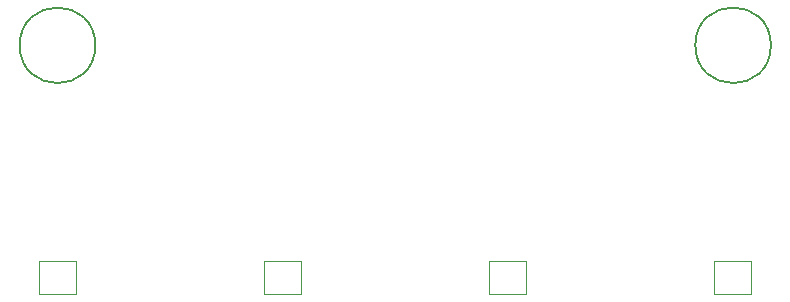
<source format=gbr>
%TF.GenerationSoftware,KiCad,Pcbnew,8.0.3*%
%TF.CreationDate,2024-10-21T20:57:23+02:00*%
%TF.ProjectId,trains_macropad,74726169-6e73-45f6-9d61-63726f706164,rev?*%
%TF.SameCoordinates,Original*%
%TF.FileFunction,Other,Comment*%
%FSLAX46Y46*%
G04 Gerber Fmt 4.6, Leading zero omitted, Abs format (unit mm)*
G04 Created by KiCad (PCBNEW 8.0.3) date 2024-10-21 20:57:23*
%MOMM*%
%LPD*%
G01*
G04 APERTURE LIST*
%ADD10C,0.150000*%
%ADD11C,0.120000*%
G04 APERTURE END LIST*
D10*
%TO.C,REF\u002A\u002A*%
X162800000Y-104400000D02*
G75*
G02*
X156400000Y-104400000I-3200000J0D01*
G01*
X156400000Y-104400000D02*
G75*
G02*
X162800000Y-104400000I3200000J0D01*
G01*
X105600000Y-104400000D02*
G75*
G02*
X99200000Y-104400000I-3200000J0D01*
G01*
X99200000Y-104400000D02*
G75*
G02*
X105600000Y-104400000I3200000J0D01*
G01*
D11*
%TO.C,D1*%
X100793750Y-122662500D02*
X103993750Y-122662500D01*
X100793750Y-125462500D02*
X100793750Y-122662500D01*
X103993750Y-122662500D02*
X103993750Y-125462500D01*
X103993750Y-125462500D02*
X100793750Y-125462500D01*
%TO.C,D8*%
X119843750Y-122662500D02*
X123043750Y-122662500D01*
X119843750Y-125462500D02*
X119843750Y-122662500D01*
X123043750Y-122662500D02*
X123043750Y-125462500D01*
X123043750Y-125462500D02*
X119843750Y-125462500D01*
%TO.C,D9*%
X138893750Y-122662500D02*
X142093750Y-122662500D01*
X138893750Y-125462500D02*
X138893750Y-122662500D01*
X142093750Y-122662500D02*
X142093750Y-125462500D01*
X142093750Y-125462500D02*
X138893750Y-125462500D01*
%TO.C,D10*%
X157943750Y-122662500D02*
X161143750Y-122662500D01*
X157943750Y-125462500D02*
X157943750Y-122662500D01*
X161143750Y-122662500D02*
X161143750Y-125462500D01*
X161143750Y-125462500D02*
X157943750Y-125462500D01*
%TD*%
M02*

</source>
